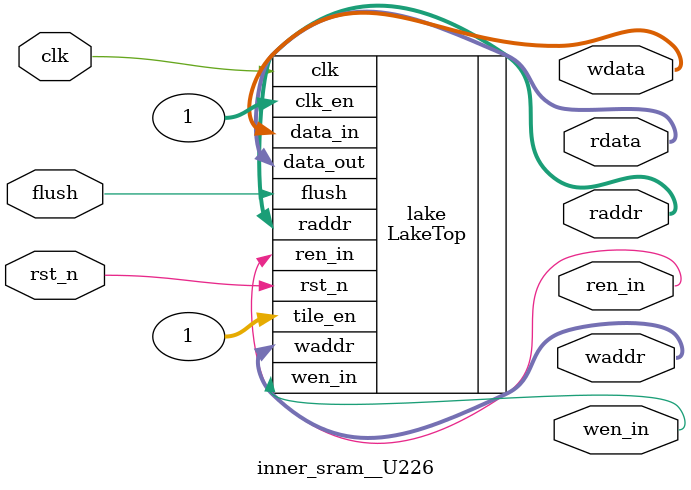
<source format=sv>
module inner_sram__U187(input logic clk, input logic flush, input logic rst_n, output logic [15:0] rdata, output logic [15:0] wdata, output logic [15:0] raddr, output logic [15:0] waddr, output logic ren_in, output logic wen_in);

  LakeTop lake(.clk(clk), .flush(flush), .rst_n(rst_n), .data_out(rdata), .data_in(wdata), .raddr(raddr), .waddr(waddr), .ren_in(ren_in), .wen_in(wen_in), .clk_en(1), .tile_en(1));

endmodule
module inner_sram__U226(input logic clk, input logic flush, input logic rst_n, output logic [15:0] rdata, output logic [15:0] wdata, output logic [15:0] raddr, output logic [15:0] waddr, output logic ren_in, output logic wen_in);

  LakeTop lake(.clk(clk), .flush(flush), .rst_n(rst_n), .data_out(rdata), .data_in(wdata), .raddr(raddr), .waddr(waddr), .ren_in(ren_in), .wen_in(wen_in), .clk_en(1), .tile_en(1));

endmodule

</source>
